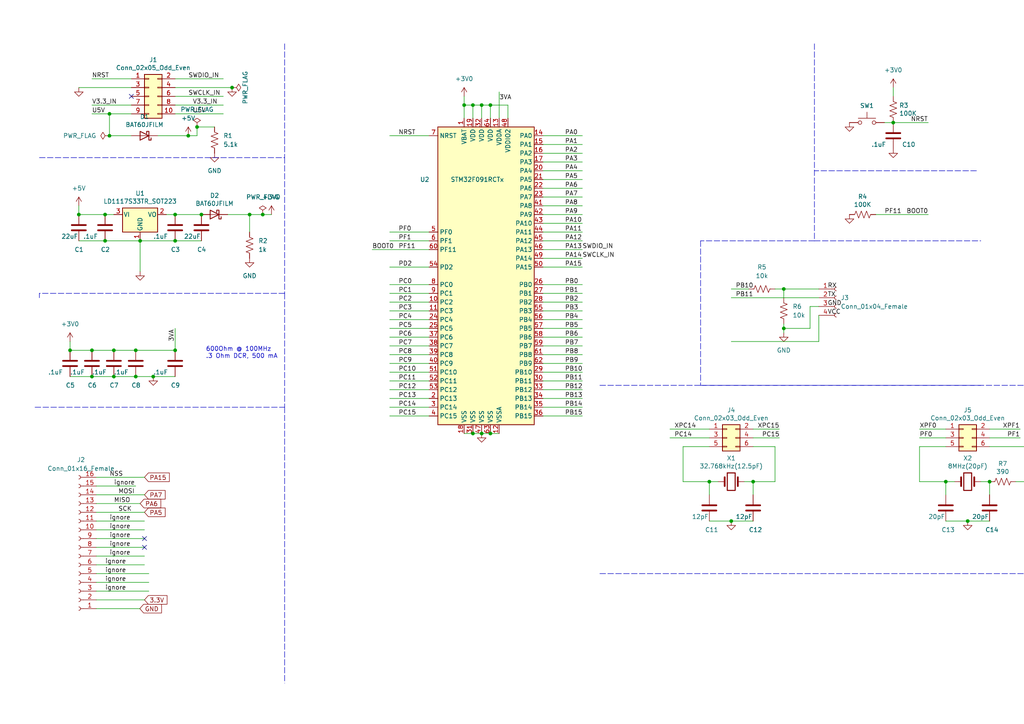
<source format=kicad_sch>
(kicad_sch (version 20211123) (generator eeschema)
  (paper "A4")
  (lib_symbols
    (symbol "Connector:Conn_01x04_Female" (pin_names (offset 1.016) hide)
      (property "Reference" "J" (at 0 5.08 0))
      (property "Value" "Conn_01x04_Female" (at 0 -7.62 0))
      (symbol "Conn_01x04_Female_1_1"
        (arc (start 0 -4.572) (mid -0.508 -5.08) (end 0 -5.588) (stroke (width 0.1524)))
        (arc (start 0 -2.032) (mid -0.508 -2.54) (end 0 -3.048) (stroke (width 0.1524)))
        (polyline (pts (xy -1.27 -5.08) (xy -0.508 -5.08)) (stroke (width 0.1524)))
        (polyline (pts (xy -1.27 -2.54) (xy -0.508 -2.54)) (stroke (width 0.1524)))
        (polyline (pts (xy -1.27 0) (xy -0.508 0)) (stroke (width 0.1524)))
        (polyline (pts (xy -1.27 2.54) (xy -0.508 2.54)) (stroke (width 0.1524)))
        (arc (start 0 0.508) (mid -0.508 0) (end 0 -0.508) (stroke (width 0.1524)))
        (arc (start 0 3.048) (mid -0.508 2.54) (end 0 2.032) (stroke (width 0.1524)))
        (pin passive line (at -5.08 2.54 0) (length 3.81) (name "Pin_1") (number "1"))
        (pin passive line (at -5.08 0 0) (length 3.81) (name "Pin_2") (number "2"))
        (pin passive line (at -5.08 -2.54 0) (length 3.81) (name "Pin_3") (number "3"))
        (pin passive line (at -5.08 -5.08 0) (length 3.81) (name "Pin_4") (number "4"))
      )
    )
    (symbol "Connector:Conn_01x16_Female" (pin_names (offset 1.016) hide)
      (property "Reference" "J" (at 0 20.32 0))
      (property "Value" "Conn_01x16_Female" (at 0 -22.86 0))
      (symbol "Conn_01x16_Female_1_1"
        (arc (start 0 -19.812) (mid -0.508 -20.32) (end 0 -20.828) (stroke (width 0.1524)))
        (arc (start 0 -17.272) (mid -0.508 -17.78) (end 0 -18.288) (stroke (width 0.1524)))
        (arc (start 0 -14.732) (mid -0.508 -15.24) (end 0 -15.748) (stroke (width 0.1524)))
        (arc (start 0 -12.192) (mid -0.508 -12.7) (end 0 -13.208) (stroke (width 0.1524)))
        (arc (start 0 -9.652) (mid -0.508 -10.16) (end 0 -10.668) (stroke (width 0.1524)))
        (arc (start 0 -7.112) (mid -0.508 -7.62) (end 0 -8.128) (stroke (width 0.1524)))
        (arc (start 0 -4.572) (mid -0.508 -5.08) (end 0 -5.588) (stroke (width 0.1524)))
        (arc (start 0 -2.032) (mid -0.508 -2.54) (end 0 -3.048) (stroke (width 0.1524)))
        (polyline (pts (xy -1.27 -20.32) (xy -0.508 -20.32)) (stroke (width 0.1524)))
        (polyline (pts (xy -1.27 -17.78) (xy -0.508 -17.78)) (stroke (width 0.1524)))
        (polyline (pts (xy -1.27 -15.24) (xy -0.508 -15.24)) (stroke (width 0.1524)))
        (polyline (pts (xy -1.27 -12.7) (xy -0.508 -12.7)) (stroke (width 0.1524)))
        (polyline (pts (xy -1.27 -10.16) (xy -0.508 -10.16)) (stroke (width 0.1524)))
        (polyline (pts (xy -1.27 -7.62) (xy -0.508 -7.62)) (stroke (width 0.1524)))
        (polyline (pts (xy -1.27 -5.08) (xy -0.508 -5.08)) (stroke (width 0.1524)))
        (polyline (pts (xy -1.27 -2.54) (xy -0.508 -2.54)) (stroke (width 0.1524)))
        (polyline (pts (xy -1.27 0) (xy -0.508 0)) (stroke (width 0.1524)))
        (polyline (pts (xy -1.27 2.54) (xy -0.508 2.54)) (stroke (width 0.1524)))
        (polyline (pts (xy -1.27 5.08) (xy -0.508 5.08)) (stroke (width 0.1524)))
        (polyline (pts (xy -1.27 7.62) (xy -0.508 7.62)) (stroke (width 0.1524)))
        (polyline (pts (xy -1.27 10.16) (xy -0.508 10.16)) (stroke (width 0.1524)))
        (polyline (pts (xy -1.27 12.7) (xy -0.508 12.7)) (stroke (width 0.1524)))
        (polyline (pts (xy -1.27 15.24) (xy -0.508 15.24)) (stroke (width 0.1524)))
        (polyline (pts (xy -1.27 17.78) (xy -0.508 17.78)) (stroke (width 0.1524)))
        (arc (start 0 0.508) (mid -0.508 0) (end 0 -0.508) (stroke (width 0.1524)))
        (arc (start 0 3.048) (mid -0.508 2.54) (end 0 2.032) (stroke (width 0.1524)))
        (arc (start 0 5.588) (mid -0.508 5.08) (end 0 4.572) (stroke (width 0.1524)))
        (arc (start 0 8.128) (mid -0.508 7.62) (end 0 7.112) (stroke (width 0.1524)))
        (arc (start 0 10.668) (mid -0.508 10.16) (end 0 9.652) (stroke (width 0.1524)))
        (arc (start 0 13.208) (mid -0.508 12.7) (end 0 12.192) (stroke (width 0.1524)))
        (arc (start 0 15.748) (mid -0.508 15.24) (end 0 14.732) (stroke (width 0.1524)))
        (arc (start 0 18.288) (mid -0.508 17.78) (end 0 17.272) (stroke (width 0.1524)))
        (pin passive line (at -5.08 17.78 0) (length 3.81) (name "Pin_1") (number "1"))
        (pin passive line (at -5.08 -5.08 0) (length 3.81) (name "Pin_10") (number "10"))
        (pin passive line (at -5.08 -7.62 0) (length 3.81) (name "Pin_11") (number "11"))
        (pin passive line (at -5.08 -10.16 0) (length 3.81) (name "Pin_12") (number "12"))
        (pin passive line (at -5.08 -12.7 0) (length 3.81) (name "Pin_13") (number "13"))
        (pin passive line (at -5.08 -15.24 0) (length 3.81) (name "Pin_14") (number "14"))
        (pin passive line (at -5.08 -17.78 0) (length 3.81) (name "Pin_15") (number "15"))
        (pin passive line (at -5.08 -20.32 0) (length 3.81) (name "Pin_16") (number "16"))
        (pin passive line (at -5.08 15.24 0) (length 3.81) (name "Pin_2") (number "2"))
        (pin passive line (at -5.08 12.7 0) (length 3.81) (name "Pin_3") (number "3"))
        (pin passive line (at -5.08 10.16 0) (length 3.81) (name "Pin_4") (number "4"))
        (pin passive line (at -5.08 7.62 0) (length 3.81) (name "Pin_5") (number "5"))
        (pin passive line (at -5.08 5.08 0) (length 3.81) (name "Pin_6") (number "6"))
        (pin passive line (at -5.08 2.54 0) (length 3.81) (name "Pin_7") (number "7"))
        (pin passive line (at -5.08 0 0) (length 3.81) (name "Pin_8") (number "8"))
        (pin passive line (at -5.08 -2.54 0) (length 3.81) (name "Pin_9") (number "9"))
      )
    )
    (symbol "Connector_Generic:Conn_02x03_Odd_Even" (pin_names (offset 1.016) hide)
      (property "Reference" "J" (at 1.27 5.08 0))
      (property "Value" "Conn_02x03_Odd_Even" (at 1.27 -5.08 0))
      (symbol "Conn_02x03_Odd_Even_1_1"
        (rectangle (start -1.27 -2.413) (end 0 -2.667) (stroke (width 0.1524)))
        (rectangle (start -1.27 0.127) (end 0 -0.127) (stroke (width 0.1524)))
        (rectangle (start -1.27 2.667) (end 0 2.413) (stroke (width 0.1524)))
        (rectangle (start -1.27 3.81) (end 3.81 -3.81) (stroke (width 0.254)) (fill (type background)))
        (rectangle (start 3.81 -2.413) (end 2.54 -2.667) (stroke (width 0.1524)))
        (rectangle (start 3.81 0.127) (end 2.54 -0.127) (stroke (width 0.1524)))
        (rectangle (start 3.81 2.667) (end 2.54 2.413) (stroke (width 0.1524)))
        (pin passive line (at -5.08 2.54 0) (length 3.81) (name "Pin_1") (number "1"))
        (pin passive line (at 7.62 2.54 180) (length 3.81) (name "Pin_2") (number "2"))
        (pin passive line (at -5.08 0 0) (length 3.81) (name "Pin_3") (number "3"))
        (pin passive line (at 7.62 0 180) (length 3.81) (name "Pin_4") (number "4"))
        (pin passive line (at -5.08 -2.54 0) (length 3.81) (name "Pin_5") (number "5"))
        (pin passive line (at 7.62 -2.54 180) (length 3.81) (name "Pin_6") (number "6"))
      )
    )
    (symbol "Connector_Generic:Conn_02x05_Odd_Even" (pin_names (offset 1.016) hide)
      (property "Reference" "J" (at 1.27 7.62 0))
      (property "Value" "Conn_02x05_Odd_Even" (at 1.27 -7.62 0))
      (symbol "Conn_02x05_Odd_Even_1_1"
        (rectangle (start -1.27 -4.953) (end 0 -5.207) (stroke (width 0.1524)))
        (rectangle (start -1.27 -2.413) (end 0 -2.667) (stroke (width 0.1524)))
        (rectangle (start -1.27 0.127) (end 0 -0.127) (stroke (width 0.1524)))
        (rectangle (start -1.27 2.667) (end 0 2.413) (stroke (width 0.1524)))
        (rectangle (start -1.27 5.207) (end 0 4.953) (stroke (width 0.1524)))
        (rectangle (start -1.27 6.35) (end 3.81 -6.35) (stroke (width 0.254)) (fill (type background)))
        (rectangle (start 3.81 -4.953) (end 2.54 -5.207) (stroke (width 0.1524)))
        (rectangle (start 3.81 -2.413) (end 2.54 -2.667) (stroke (width 0.1524)))
        (rectangle (start 3.81 0.127) (end 2.54 -0.127) (stroke (width 0.1524)))
        (rectangle (start 3.81 2.667) (end 2.54 2.413) (stroke (width 0.1524)))
        (rectangle (start 3.81 5.207) (end 2.54 4.953) (stroke (width 0.1524)))
        (pin passive line (at -5.08 5.08 0) (length 3.81) (name "Pin_1") (number "1"))
        (pin passive line (at 7.62 -5.08 180) (length 3.81) (name "Pin_10") (number "10"))
        (pin passive line (at 7.62 5.08 180) (length 3.81) (name "Pin_2") (number "2"))
        (pin passive line (at -5.08 2.54 0) (length 3.81) (name "Pin_3") (number "3"))
        (pin passive line (at 7.62 2.54 180) (length 3.81) (name "Pin_4") (number "4"))
        (pin passive line (at -5.08 0 0) (length 3.81) (name "Pin_5") (number "5"))
        (pin passive line (at 7.62 0 180) (length 3.81) (name "Pin_6") (number "6"))
        (pin passive line (at -5.08 -2.54 0) (length 3.81) (name "Pin_7") (number "7"))
        (pin passive line (at 7.62 -2.54 180) (length 3.81) (name "Pin_8") (number "8"))
        (pin passive line (at -5.08 -5.08 0) (length 3.81) (name "Pin_9") (number "9"))
      )
    )
    (symbol "Device:C" (pin_numbers hide) (pin_names (offset 0.254))
      (property "Reference" "C" (at 0.635 2.54 0))
      (property "Value" "C" (at 0.635 -2.54 0))
      (symbol "C_0_1"
        (polyline (pts (xy -2.032 -0.762) (xy 2.032 -0.762)) (stroke (width 0.508)))
        (polyline (pts (xy -2.032 0.762) (xy 2.032 0.762)) (stroke (width 0.508)))
      )
      (symbol "C_1_1"
        (pin passive line (at 0 3.81 270) (length 2.794) (name "~") (number "1"))
        (pin passive line (at 0 -3.81 90) (length 2.794) (name "~") (number "2"))
      )
    )
    (symbol "Device:Crystal" (pin_numbers hide) (pin_names (offset 1.016) hide)
      (property "Reference" "Y" (at 0 3.81 0))
      (property "Value" "Crystal" (at 0 -3.81 0))
      (symbol "Crystal_0_1"
        (rectangle (start -1.143 2.54) (end 1.143 -2.54) (stroke (width 0.3048)))
        (polyline (pts (xy -2.54 0) (xy -1.905 0)))
        (polyline (pts (xy -1.905 -1.27) (xy -1.905 1.27)) (stroke (width 0.508)))
        (polyline (pts (xy 1.905 -1.27) (xy 1.905 1.27)) (stroke (width 0.508)))
        (polyline (pts (xy 2.54 0) (xy 1.905 0)))
      )
      (symbol "Crystal_1_1"
        (pin passive line (at -3.81 0 0) (length 1.27) (name "1") (number "1"))
        (pin passive line (at 3.81 0 180) (length 1.27) (name "2") (number "2"))
      )
    )
    (symbol "Device:R_US" (pin_numbers hide) (pin_names (offset 0))
      (property "Reference" "R" (at 2.54 0 90))
      (property "Value" "R_US" (at -2.54 0 90))
      (symbol "R_US_0_1"
        (polyline (pts (xy 0 -2.286) (xy 0 -2.54)))
        (polyline (pts (xy 0 2.286) (xy 0 2.54)))
        (polyline (pts (xy 0 -0.762) (xy 1.016 -1.143) (xy 0 -1.524) (xy -1.016 -1.905) (xy 0 -2.286)))
        (polyline (pts (xy 0 0.762) (xy 1.016 0.381) (xy 0 0) (xy -1.016 -0.381) (xy 0 -0.762)))
        (polyline (pts (xy 0 2.286) (xy 1.016 1.905) (xy 0 1.524) (xy -1.016 1.143) (xy 0 0.762)))
      )
      (symbol "R_US_1_1"
        (pin passive line (at 0 3.81 270) (length 1.27) (name "~") (number "1"))
        (pin passive line (at 0 -3.81 90) (length 1.27) (name "~") (number "2"))
      )
    )
    (symbol "Diode:BAT60A" (pin_numbers hide) (pin_names (offset 1.016) hide)
      (property "Reference" "D" (at 0 2.54 0))
      (property "Value" "BAT60A" (at 0 -2.54 0))
      (symbol "BAT60A_0_1"
        (polyline (pts (xy 1.27 0) (xy -1.27 0)))
        (polyline (pts (xy 1.27 1.27) (xy 1.27 -1.27) (xy -1.27 0) (xy 1.27 1.27)) (stroke (width 0.254)))
        (polyline (pts (xy -1.905 0.635) (xy -1.905 1.27) (xy -1.27 1.27) (xy -1.27 -1.27) (xy -0.635 -1.27) (xy -0.635 -0.635)) (stroke (width 0.254)))
      )
      (symbol "BAT60A_1_1"
        (pin passive line (at -3.81 0 0) (length 2.54) (name "K") (number "1"))
        (pin passive line (at 3.81 0 180) (length 2.54) (name "A") (number "2"))
      )
    )
    (symbol "MCU_ST_STM32F0:STM32F091RCTx"
      (property "Reference" "U" (at -15.24 44.45 0))
      (property "Value" "STM32F091RCTx" (at 7.62 44.45 0))
      (symbol "STM32F091RCTx_0_1"
        (rectangle (start -15.24 -43.18) (end 12.7 43.18) (stroke (width 0.254)) (fill (type background)))
      )
      (symbol "STM32F091RCTx_1_1"
        (pin power_in line (at -7.62 45.72 270) (length 2.54) (name "VBAT") (number "1"))
        (pin bidirectional line (at -17.78 -7.62 0) (length 2.54) (name "PC2") (number "10"))
        (pin bidirectional line (at -17.78 -10.16 0) (length 2.54) (name "PC3") (number "11"))
        (pin power_in line (at 2.54 -45.72 90) (length 2.54) (name "VSSA") (number "12"))
        (pin power_in line (at 2.54 45.72 270) (length 2.54) (name "VDDA") (number "13"))
        (pin bidirectional line (at 15.24 40.64 180) (length 2.54) (name "PA0") (number "14"))
        (pin bidirectional line (at 15.24 38.1 180) (length 2.54) (name "PA1") (number "15"))
        (pin bidirectional line (at 15.24 35.56 180) (length 2.54) (name "PA2") (number "16"))
        (pin bidirectional line (at 15.24 33.02 180) (length 2.54) (name "PA3") (number "17"))
        (pin power_in line (at -7.62 -45.72 90) (length 2.54) (name "VSS") (number "18"))
        (pin power_in line (at -5.08 45.72 270) (length 2.54) (name "VDD") (number "19"))
        (pin bidirectional line (at -17.78 -35.56 0) (length 2.54) (name "PC13") (number "2"))
        (pin bidirectional line (at 15.24 30.48 180) (length 2.54) (name "PA4") (number "20"))
        (pin bidirectional line (at 15.24 27.94 180) (length 2.54) (name "PA5") (number "21"))
        (pin bidirectional line (at 15.24 25.4 180) (length 2.54) (name "PA6") (number "22"))
        (pin bidirectional line (at 15.24 22.86 180) (length 2.54) (name "PA7") (number "23"))
        (pin bidirectional line (at -17.78 -12.7 0) (length 2.54) (name "PC4") (number "24"))
        (pin bidirectional line (at -17.78 -15.24 0) (length 2.54) (name "PC5") (number "25"))
        (pin bidirectional line (at 15.24 -2.54 180) (length 2.54) (name "PB0") (number "26"))
        (pin bidirectional line (at 15.24 -5.08 180) (length 2.54) (name "PB1") (number "27"))
        (pin bidirectional line (at 15.24 -7.62 180) (length 2.54) (name "PB2") (number "28"))
        (pin bidirectional line (at 15.24 -27.94 180) (length 2.54) (name "PB10") (number "29"))
        (pin bidirectional line (at -17.78 -38.1 0) (length 2.54) (name "PC14") (number "3"))
        (pin bidirectional line (at 15.24 -30.48 180) (length 2.54) (name "PB11") (number "30"))
        (pin power_in line (at -5.08 -45.72 90) (length 2.54) (name "VSS") (number "31"))
        (pin power_in line (at -2.54 45.72 270) (length 2.54) (name "VDD") (number "32"))
        (pin bidirectional line (at 15.24 -33.02 180) (length 2.54) (name "PB12") (number "33"))
        (pin bidirectional line (at 15.24 -35.56 180) (length 2.54) (name "PB13") (number "34"))
        (pin bidirectional line (at 15.24 -38.1 180) (length 2.54) (name "PB14") (number "35"))
        (pin bidirectional line (at 15.24 -40.64 180) (length 2.54) (name "PB15") (number "36"))
        (pin bidirectional line (at -17.78 -17.78 0) (length 2.54) (name "PC6") (number "37"))
        (pin bidirectional line (at -17.78 -20.32 0) (length 2.54) (name "PC7") (number "38"))
        (pin bidirectional line (at -17.78 -22.86 0) (length 2.54) (name "PC8") (number "39"))
        (pin bidirectional line (at -17.78 -40.64 0) (length 2.54) (name "PC15") (number "4"))
        (pin bidirectional line (at -17.78 -25.4 0) (length 2.54) (name "PC9") (number "40"))
        (pin bidirectional line (at 15.24 20.32 180) (length 2.54) (name "PA8") (number "41"))
        (pin bidirectional line (at 15.24 17.78 180) (length 2.54) (name "PA9") (number "42"))
        (pin bidirectional line (at 15.24 15.24 180) (length 2.54) (name "PA10") (number "43"))
        (pin bidirectional line (at 15.24 12.7 180) (length 2.54) (name "PA11") (number "44"))
        (pin bidirectional line (at 15.24 10.16 180) (length 2.54) (name "PA12") (number "45"))
        (pin bidirectional line (at 15.24 7.62 180) (length 2.54) (name "PA13") (number "46"))
        (pin power_in line (at -2.54 -45.72 90) (length 2.54) (name "VSS") (number "47"))
        (pin power_in line (at 5.08 45.72 270) (length 2.54) (name "VDDIO2") (number "48"))
        (pin bidirectional line (at 15.24 5.08 180) (length 2.54) (name "PA14") (number "49"))
        (pin input line (at -17.78 12.7 0) (length 2.54) (name "PF0") (number "5"))
        (pin bidirectional line (at 15.24 2.54 180) (length 2.54) (name "PA15") (number "50"))
        (pin bidirectional line (at -17.78 -27.94 0) (length 2.54) (name "PC10") (number "51"))
        (pin bidirectional line (at -17.78 -30.48 0) (length 2.54) (name "PC11") (number "52"))
        (pin bidirectional line (at -17.78 -33.02 0) (length 2.54) (name "PC12") (number "53"))
        (pin bidirectional line (at -17.78 2.54 0) (length 2.54) (name "PD2") (number "54"))
        (pin bidirectional line (at 15.24 -10.16 180) (length 2.54) (name "PB3") (number "55"))
        (pin bidirectional line (at 15.24 -12.7 180) (length 2.54) (name "PB4") (number "56"))
        (pin bidirectional line (at 15.24 -15.24 180) (length 2.54) (name "PB5") (number "57"))
        (pin bidirectional line (at 15.24 -17.78 180) (length 2.54) (name "PB6") (number "58"))
        (pin bidirectional line (at 15.24 -20.32 180) (length 2.54) (name "PB7") (number "59"))
        (pin input line (at -17.78 10.16 0) (length 2.54) (name "PF1") (number "6"))
        (pin bidirectional line (at -17.78 7.62 0) (length 2.54) (name "PF11") (number "60"))
        (pin bidirectional line (at 15.24 -22.86 180) (length 2.54) (name "PB8") (number "61"))
        (pin bidirectional line (at 15.24 -25.4 180) (length 2.54) (name "PB9") (number "62"))
        (pin power_in line (at 0 -45.72 90) (length 2.54) (name "VSS") (number "63"))
        (pin power_in line (at 0 45.72 270) (length 2.54) (name "VDD") (number "64"))
        (pin input line (at -17.78 40.64 0) (length 2.54) (name "NRST") (number "7"))
        (pin bidirectional line (at -17.78 -2.54 0) (length 2.54) (name "PC0") (number "8"))
        (pin bidirectional line (at -17.78 -5.08 0) (length 2.54) (name "PC1") (number "9"))
      )
    )
    (symbol "Regulator_Linear:LD1117S33TR_SOT223" (pin_names (offset 0.254))
      (property "Reference" "U" (at -3.81 3.175 0))
      (property "Value" "LD1117S33TR_SOT223" (at 0 3.175 0))
      (symbol "LD1117S33TR_SOT223_0_1"
        (rectangle (start -5.08 -5.08) (end 5.08 1.905) (stroke (width 0.254)) (fill (type background)))
      )
      (symbol "LD1117S33TR_SOT223_1_1"
        (pin power_in line (at 0 -7.62 90) (length 2.54) (name "GND") (number "1"))
        (pin power_out line (at 7.62 0 180) (length 2.54) (name "VO") (number "2"))
        (pin power_in line (at -7.62 0 0) (length 2.54) (name "VI") (number "3"))
      )
    )
    (symbol "Switch:SW_Push" (pin_numbers hide) (pin_names (offset 1.016) hide)
      (property "Reference" "SW" (at 1.27 2.54 0))
      (property "Value" "SW_Push" (at 0 -1.524 0))
      (symbol "SW_Push_0_1"
        (circle (center -2.032 0) (radius 0.508))
        (polyline (pts (xy 0 1.27) (xy 0 3.048)))
        (polyline (pts (xy 2.54 1.27) (xy -2.54 1.27)))
        (circle (center 2.032 0) (radius 0.508))
        (pin passive line (at -5.08 0 0) (length 2.54) (name "1") (number "1"))
        (pin passive line (at 5.08 0 180) (length 2.54) (name "2") (number "2"))
      )
    )
    (symbol "power:+3V0" (power) (pin_names (offset 0))
      (property "Value" "+3V0" (at 0 3.556 0))
      (symbol "+3V0_0_1"
        (polyline (pts (xy -0.762 1.27) (xy 0 2.54)))
        (polyline (pts (xy 0 0) (xy 0 2.54)))
        (polyline (pts (xy 0 2.54) (xy 0.762 1.27)))
      )
      (symbol "+3V0_1_1"
        (pin power_in line (at 0 0 90) (length 0) hide (name "+3V0") (number "1"))
      )
    )
    (symbol "power:+5V" (power) (pin_names (offset 0))
      (property "Value" "+5V" (at 0 3.556 0))
      (symbol "+5V_0_1"
        (polyline (pts (xy -0.762 1.27) (xy 0 2.54)))
        (polyline (pts (xy 0 0) (xy 0 2.54)))
        (polyline (pts (xy 0 2.54) (xy 0.762 1.27)))
      )
      (symbol "+5V_1_1"
        (pin power_in line (at 0 0 90) (length 0) hide (name "+5V") (number "1"))
      )
    )
    (symbol "power:GND" (power) (pin_names (offset 0))
      (property "Value" "GND" (at 0 -3.81 0))
      (symbol "GND_0_1"
        (polyline (pts (xy 0 0) (xy 0 -1.27) (xy 1.27 -1.27) (xy 0 -2.54) (xy -1.27 -1.27) (xy 0 -1.27)))
      )
      (symbol "GND_1_1"
        (pin power_in line (at 0 0 270) (length 0) hide (name "GND") (number "1"))
      )
    )
    (symbol "power:PWR_FLAG" (power) (pin_numbers hide) (pin_names (offset 0) hide)
      (property "Value" "PWR_FLAG" (at 0 3.81 0))
      (symbol "PWR_FLAG_0_0"
        (pin power_out line (at 0 0 90) (length 0) (name "pwr") (number "1"))
      )
      (symbol "PWR_FLAG_0_1"
        (polyline (pts (xy 0 0) (xy 0 1.27) (xy -1.016 1.905) (xy 0 2.54) (xy 1.016 1.905) (xy 0 1.27)))
      )
    )
  )
  (junction (at 134.62 30.48))
  (junction (at 218.44 139.7))
  (junction (at 142.24 125.73))
  (junction (at 212.09 151.13))
  (junction (at 20.32 101.6))
  (junction (at 26.67 101.6))
  (junction (at 72.39 62.23))
  (junction (at 142.24 30.48))
  (junction (at 139.7 125.73))
  (junction (at 40.64 69.85))
  (junction (at 31.75 33.02))
  (junction (at 227.33 95.25))
  (junction (at 139.7 30.48))
  (junction (at 76.2 62.23))
  (junction (at 280.67 151.13))
  (junction (at 22.86 62.23))
  (junction (at 67.31 25.4))
  (junction (at 287.02 139.7))
  (junction (at 57.15 36.83))
  (junction (at 39.37 109.22))
  (junction (at 39.37 101.6))
  (junction (at 31.75 39.37))
  (junction (at 30.48 69.85))
  (junction (at 259.08 35.56))
  (junction (at 26.67 109.22))
  (junction (at 137.16 30.48))
  (junction (at 33.02 109.22))
  (junction (at 44.45 109.22))
  (junction (at 50.8 101.6))
  (junction (at 50.8 62.23))
  (junction (at 33.02 101.6))
  (junction (at 58.42 62.23))
  (junction (at 274.32 139.7))
  (junction (at 54.61 39.37))
  (junction (at 227.33 83.82))
  (junction (at 205.74 139.7))
  (junction (at 50.8 69.85))
  (junction (at 30.48 62.23))
  (junction (at 137.16 125.73))
  (no_connect (at 41.91 158.75))
  (no_connect (at 41.91 156.21))
  (no_connect (at 38.1 27.94))
  (wire (pts (xy 212.09 83.82) (xy 217.17 83.82)))
  (wire (pts (xy 224.79 129.54) (xy 224.79 139.7)))
  (wire (pts (xy 20.32 101.6) (xy 26.67 101.6)))
  (wire (pts (xy 139.7 30.48) (xy 142.24 30.48)))
  (wire (pts (xy 27.94 156.21) (xy 41.91 156.21)))
  (wire (pts (xy 72.39 62.23) (xy 76.2 62.23)))
  (wire (pts (xy 284.48 139.7) (xy 287.02 139.7)))
  (wire (pts (xy 194.31 127) (xy 205.74 127)))
  (wire (pts (xy 45.72 39.37) (xy 54.61 39.37)))
  (wire (pts (xy 124.46 100.33) (xy 113.03 100.33)))
  (wire (pts (xy 50.8 62.23) (xy 58.42 62.23)))
  (wire (pts (xy 124.46 113.03) (xy 113.03 113.03)))
  (wire (pts (xy 295.91 124.46) (xy 287.02 124.46)))
  (wire (pts (xy 27.94 171.45) (xy 43.18 171.45)))
  (wire (pts (xy 157.48 90.17) (xy 168.91 90.17)))
  (wire (pts (xy 33.02 101.6) (xy 39.37 101.6)))
  (wire (pts (xy 157.48 39.37) (xy 168.91 39.37)))
  (polyline (pts (xy 203.2 111.76) (xy 284.48 111.76)))
  (polyline (pts (xy 82.55 45.72) (xy 82.55 85.09)))
  (wire (pts (xy 266.7 139.7) (xy 274.32 139.7)))
  (wire (pts (xy 20.32 109.22) (xy 26.67 109.22)))
  (wire (pts (xy 134.62 125.73) (xy 137.16 125.73)))
  (wire (pts (xy 157.48 95.25) (xy 168.91 95.25)))
  (wire (pts (xy 124.46 115.57) (xy 113.03 115.57)))
  (wire (pts (xy 297.18 139.7) (xy 297.18 129.54)))
  (wire (pts (xy 157.48 107.95) (xy 168.91 107.95)))
  (polyline (pts (xy 11.43 45.72) (xy 82.55 45.72)))
  (wire (pts (xy 297.18 129.54) (xy 287.02 129.54)))
  (wire (pts (xy 124.46 92.71) (xy 113.03 92.71)))
  (polyline (pts (xy 236.22 69.85) (xy 284.48 69.85)))
  (wire (pts (xy 38.1 30.48) (xy 26.67 30.48)))
  (wire (pts (xy 157.48 44.45) (xy 168.91 44.45)))
  (wire (pts (xy 26.67 33.02) (xy 31.75 33.02)))
  (wire (pts (xy 205.74 129.54) (xy 198.12 129.54)))
  (wire (pts (xy 266.7 127) (xy 274.32 127)))
  (wire (pts (xy 72.39 62.23) (xy 72.39 67.31)))
  (wire (pts (xy 198.12 129.54) (xy 198.12 139.7)))
  (wire (pts (xy 157.48 118.11) (xy 168.91 118.11)))
  (wire (pts (xy 27.94 176.53) (xy 40.64 176.53)))
  (wire (pts (xy 212.09 99.06) (xy 237.49 99.06)))
  (wire (pts (xy 218.44 139.7) (xy 218.44 143.51)))
  (wire (pts (xy 26.67 101.6) (xy 33.02 101.6)))
  (wire (pts (xy 27.94 173.99) (xy 41.91 173.99)))
  (wire (pts (xy 224.79 139.7) (xy 218.44 139.7)))
  (wire (pts (xy 227.33 83.82) (xy 227.33 86.36)))
  (wire (pts (xy 157.48 46.99) (xy 168.91 46.99)))
  (wire (pts (xy 157.48 64.77) (xy 168.91 64.77)))
  (wire (pts (xy 124.46 102.87) (xy 113.03 102.87)))
  (wire (pts (xy 256.54 35.56) (xy 259.08 35.56)))
  (polyline (pts (xy 203.2 69.85) (xy 203.2 111.76)))
  (wire (pts (xy 157.48 49.53) (xy 168.91 49.53)))
  (wire (pts (xy 139.7 125.73) (xy 142.24 125.73)))
  (wire (pts (xy 124.46 107.95) (xy 113.03 107.95)))
  (polyline (pts (xy 283.21 49.53) (xy 236.22 49.53)))
  (wire (pts (xy 40.64 69.85) (xy 50.8 69.85)))
  (wire (pts (xy 33.02 62.23) (xy 30.48 62.23)))
  (wire (pts (xy 142.24 34.29) (xy 142.24 30.48)))
  (wire (pts (xy 157.48 87.63) (xy 168.91 87.63)))
  (wire (pts (xy 27.94 146.05) (xy 40.64 146.05)))
  (wire (pts (xy 147.32 30.48) (xy 147.32 34.29)))
  (wire (pts (xy 157.48 85.09) (xy 168.91 85.09)))
  (wire (pts (xy 124.46 39.37) (xy 113.03 39.37)))
  (wire (pts (xy 50.8 22.86) (xy 64.77 22.86)))
  (wire (pts (xy 157.48 113.03) (xy 168.91 113.03)))
  (wire (pts (xy 38.1 22.86) (xy 26.67 22.86)))
  (wire (pts (xy 157.48 59.69) (xy 168.91 59.69)))
  (wire (pts (xy 227.33 95.25) (xy 234.95 95.25)))
  (wire (pts (xy 22.86 62.23) (xy 30.48 62.23)))
  (wire (pts (xy 157.48 92.71) (xy 168.91 92.71)))
  (wire (pts (xy 31.75 33.02) (xy 38.1 33.02)))
  (wire (pts (xy 40.64 69.85) (xy 40.64 78.74)))
  (wire (pts (xy 157.48 100.33) (xy 168.91 100.33)))
  (wire (pts (xy 137.16 125.73) (xy 139.7 125.73)))
  (wire (pts (xy 50.8 69.85) (xy 58.42 69.85)))
  (wire (pts (xy 259.08 35.56) (xy 269.24 35.56)))
  (wire (pts (xy 27.94 140.97) (xy 39.37 140.97)))
  (polyline (pts (xy 173.99 111.76) (xy 312.42 111.76)))
  (wire (pts (xy 237.49 88.9) (xy 234.95 88.9)))
  (wire (pts (xy 276.86 139.7) (xy 274.32 139.7)))
  (wire (pts (xy 139.7 34.29) (xy 139.7 30.48)))
  (wire (pts (xy 57.15 36.83) (xy 62.23 36.83)))
  (wire (pts (xy 157.48 69.85) (xy 168.91 69.85)))
  (wire (pts (xy 274.32 139.7) (xy 274.32 143.51)))
  (wire (pts (xy 157.48 82.55) (xy 168.91 82.55)))
  (wire (pts (xy 22.86 59.69) (xy 22.86 62.23)))
  (wire (pts (xy 227.33 83.82) (xy 237.49 83.82)))
  (wire (pts (xy 31.75 33.02) (xy 31.75 39.37)))
  (wire (pts (xy 157.48 67.31) (xy 168.91 67.31)))
  (wire (pts (xy 205.74 151.13) (xy 212.09 151.13)))
  (wire (pts (xy 124.46 69.85) (xy 113.03 69.85)))
  (wire (pts (xy 280.67 151.13) (xy 287.02 151.13)))
  (wire (pts (xy 224.79 83.82) (xy 227.33 83.82)))
  (wire (pts (xy 218.44 129.54) (xy 224.79 129.54)))
  (polyline (pts (xy 312.42 111.76) (xy 312.42 166.37)))
  (wire (pts (xy 218.44 124.46) (xy 226.06 124.46)))
  (wire (pts (xy 48.26 62.23) (xy 50.8 62.23)))
  (wire (pts (xy 194.31 124.46) (xy 205.74 124.46)))
  (wire (pts (xy 212.09 86.36) (xy 237.49 86.36)))
  (wire (pts (xy 124.46 118.11) (xy 113.03 118.11)))
  (wire (pts (xy 22.86 69.85) (xy 30.48 69.85)))
  (wire (pts (xy 157.48 74.93) (xy 168.91 74.93)))
  (polyline (pts (xy 82.55 118.11) (xy 82.55 198.12)))
  (wire (pts (xy 20.32 99.06) (xy 20.32 101.6)))
  (wire (pts (xy 157.48 54.61) (xy 168.91 54.61)))
  (polyline (pts (xy 173.99 166.37) (xy 312.42 166.37)))
  (wire (pts (xy 30.48 69.85) (xy 40.64 69.85)))
  (wire (pts (xy 27.94 163.83) (xy 41.91 163.83)))
  (polyline (pts (xy 236.22 12.7) (xy 236.22 69.85)))
  (wire (pts (xy 157.48 77.47) (xy 168.91 77.47)))
  (wire (pts (xy 50.8 30.48) (xy 64.77 30.48)))
  (wire (pts (xy 227.33 93.98) (xy 227.33 95.25)))
  (wire (pts (xy 157.48 120.65) (xy 168.91 120.65)))
  (wire (pts (xy 157.48 52.07) (xy 168.91 52.07)))
  (wire (pts (xy 124.46 97.79) (xy 113.03 97.79)))
  (wire (pts (xy 157.48 115.57) (xy 168.91 115.57)))
  (wire (pts (xy 27.94 148.59) (xy 41.91 148.59)))
  (wire (pts (xy 274.32 129.54) (xy 266.7 129.54)))
  (wire (pts (xy 134.62 30.48) (xy 137.16 30.48)))
  (wire (pts (xy 266.7 124.46) (xy 274.32 124.46)))
  (wire (pts (xy 137.16 34.29) (xy 137.16 30.48)))
  (wire (pts (xy 50.8 27.94) (xy 64.77 27.94)))
  (wire (pts (xy 39.37 109.22) (xy 44.45 109.22)))
  (wire (pts (xy 27.94 151.13) (xy 41.91 151.13)))
  (wire (pts (xy 54.61 39.37) (xy 57.15 39.37)))
  (wire (pts (xy 157.48 62.23) (xy 168.91 62.23)))
  (wire (pts (xy 157.48 105.41) (xy 168.91 105.41)))
  (wire (pts (xy 157.48 97.79) (xy 168.91 97.79)))
  (polyline (pts (xy 11.43 85.09) (xy 11.43 86.36)))
  (wire (pts (xy 124.46 85.09) (xy 113.03 85.09)))
  (wire (pts (xy 134.62 34.29) (xy 134.62 30.48)))
  (wire (pts (xy 134.62 27.94) (xy 134.62 30.48)))
  (wire (pts (xy 124.46 77.47) (xy 113.03 77.47)))
  (wire (pts (xy 208.28 139.7) (xy 205.74 139.7)))
  (wire (pts (xy 44.45 109.22) (xy 50.8 109.22)))
  (wire (pts (xy 27.94 166.37) (xy 43.18 166.37)))
  (wire (pts (xy 205.74 139.7) (xy 205.74 143.51)))
  (wire (pts (xy 157.48 41.91) (xy 168.91 41.91)))
  (wire (pts (xy 274.32 151.13) (xy 280.67 151.13)))
  (wire (pts (xy 157.48 72.39) (xy 168.91 72.39)))
  (polyline (pts (xy 82.55 12.7) (xy 82.55 45.72)))
  (wire (pts (xy 66.04 62.23) (xy 72.39 62.23)))
  (wire (pts (xy 124.46 110.49) (xy 113.03 110.49)))
  (wire (pts (xy 259.08 25.4) (xy 259.08 27.94)))
  (wire (pts (xy 124.46 82.55) (xy 113.03 82.55)))
  (wire (pts (xy 50.8 33.02) (xy 64.77 33.02)))
  (wire (pts (xy 198.12 139.7) (xy 205.74 139.7)))
  (polyline (pts (xy 236.22 69.85) (xy 203.2 69.85)))
  (wire (pts (xy 227.33 95.25) (xy 227.33 96.52)))
  (wire (pts (xy 27.94 158.75) (xy 41.91 158.75)))
  (wire (pts (xy 124.46 105.41) (xy 113.03 105.41)))
  (wire (pts (xy 27.94 153.67) (xy 41.91 153.67)))
  (wire (pts (xy 294.64 139.7) (xy 297.18 139.7)))
  (polyline (pts (xy 10.16 118.11) (xy 82.55 118.11)))
  (wire (pts (xy 26.67 109.22) (xy 33.02 109.22)))
  (wire (pts (xy 287.02 139.7) (xy 287.02 143.51)))
  (wire (pts (xy 215.9 139.7) (xy 218.44 139.7)))
  (polyline (pts (xy 82.55 85.09) (xy 82.55 118.11)))
  (wire (pts (xy 124.46 90.17) (xy 113.03 90.17)))
  (wire (pts (xy 124.46 120.65) (xy 113.03 120.65)))
  (wire (pts (xy 237.49 91.44) (xy 237.49 99.06)))
  (wire (pts (xy 142.24 30.48) (xy 147.32 30.48)))
  (wire (pts (xy 234.95 88.9) (xy 234.95 95.25)))
  (wire (pts (xy 157.48 110.49) (xy 168.91 110.49)))
  (wire (pts (xy 50.8 25.4) (xy 67.31 25.4)))
  (wire (pts (xy 157.48 57.15) (xy 168.91 57.15)))
  (wire (pts (xy 124.46 87.63) (xy 113.03 87.63)))
  (wire (pts (xy 295.91 127) (xy 287.02 127)))
  (wire (pts (xy 137.16 30.48) (xy 139.7 30.48)))
  (wire (pts (xy 144.78 34.29) (xy 144.78 26.67)))
  (wire (pts (xy 218.44 127) (xy 226.06 127)))
  (wire (pts (xy 27.94 143.51) (xy 41.91 143.51)))
  (wire (pts (xy 22.86 25.4) (xy 38.1 25.4)))
  (wire (pts (xy 50.8 95.25) (xy 50.8 101.6)))
  (wire (pts (xy 57.15 39.37) (xy 57.15 36.83)))
  (wire (pts (xy 266.7 129.54) (xy 266.7 139.7)))
  (wire (pts (xy 212.09 151.13) (xy 218.44 151.13)))
  (wire (pts (xy 107.95 72.39) (xy 124.46 72.39)))
  (wire (pts (xy 27.94 138.43) (xy 41.91 138.43)))
  (wire (pts (xy 27.94 168.91) (xy 43.18 168.91)))
  (wire (pts (xy 124.46 67.31) (xy 113.03 67.31)))
  (polyline (pts (xy 82.55 85.09) (xy 11.43 85.09)))
  (wire (pts (xy 254 62.23) (xy 269.24 62.23)))
  (wire (pts (xy 33.02 109.22) (xy 39.37 109.22)))
  (wire (pts (xy 142.24 125.73) (xy 144.78 125.73)))
  (wire (pts (xy 27.94 161.29) (xy 41.91 161.29)))
  (wire (pts (xy 76.2 62.23) (xy 78.74 62.23)))
  (wire (pts (xy 124.46 95.25) (xy 113.03 95.25)))
  (wire (pts (xy 157.48 102.87) (xy 168.91 102.87)))
  (wire (pts (xy 39.37 101.6) (xy 50.8 101.6)))
  (wire (pts (xy 31.75 39.37) (xy 38.1 39.37)))
  (text "600Ohm @ 100MHz\n.3 Ohm DCR, 500 mA" (at 59.69 104.14 0) (effects (font (size 1.27 1.27)) (justify left bottom)))
  (label "PC7" (at 115.57 100.33 0))
  (label "MISO" (at 33.02 146.05 0))
  (label "PD2" (at 115.57 77.47 0))
  (label "PF1" (at 292.1 127 0))
  (label "PB13" (at 163.83 115.57 0))
  (label "PC1" (at 115.57 85.09 0))
  (label "PB10" (at 213.36 83.82 0))
  (label "VCC" (at 240.03 91.44 0))
  (label "ignore" (at 30.48 163.83 0))
  (label "V3.3_IN" (at 26.67 30.48 0))
  (label "PB0" (at 163.83 82.55 0))
  (label "PB2" (at 163.83 87.63 0))
  (label "PA0" (at 163.83 39.37 0))
  (label "PA5" (at 163.83 52.07 0))
  (label "PC8" (at 115.57 102.87 0))
  (label "XPF0" (at 266.7 124.46 0))
  (label "SCK" (at 34.29 148.59 0))
  (label "PF11" (at 115.57 72.39 0))
  (label "PC9" (at 115.57 105.41 0))
  (label "SWCLK_IN" (at 168.91 74.93 0))
  (label "PC5" (at 115.57 95.25 0))
  (label "XPF1" (at 290.83 124.46 0))
  (label "MOSI" (at 34.29 143.51 0))
  (label "PC14" (at 115.57 118.11 0))
  (label "SWDIO_IN" (at 168.91 72.39 0))
  (label "PA8" (at 163.83 59.69 0))
  (label "PB11" (at 163.83 110.49 0))
  (label "PB1" (at 163.83 85.09 0))
  (label "3VA" (at 144.78 29.21 0))
  (label "3VA" (at 50.8 99.06 90))
  (label "BOOT0" (at 262.89 62.23 0))
  (label "SWCLK_IN" (at 54.61 27.94 0))
  (label "ignore" (at 30.48 171.45 0))
  (label "PA2" (at 163.83 44.45 0))
  (label "SWDIO_IN" (at 54.61 22.86 0))
  (label "PA7" (at 163.83 57.15 0))
  (label "PC15" (at 220.98 127 0))
  (label "PC12" (at 115.57 113.03 0))
  (label "PA10" (at 163.83 64.77 0))
  (label "PC13" (at 115.57 115.57 0))
  (label "PB7" (at 163.83 100.33 0))
  (label "V3.3_IN" (at 55.88 30.48 0))
  (label "PA6" (at 163.83 54.61 0))
  (label "ignore" (at 31.75 153.67 0))
  (label "PF11" (at 256.54 62.23 0))
  (label "PF0" (at 115.57 67.31 0))
  (label "NRST" (at 264.16 35.56 0))
  (label "PB10" (at 163.83 107.95 0))
  (label "PB5" (at 163.83 95.25 0))
  (label "PA12" (at 163.83 69.85 0))
  (label "PF0" (at 266.7 127 0))
  (label "PA13" (at 163.83 72.39 0))
  (label "PB11" (at 213.36 86.36 0))
  (label "PB6" (at 163.83 97.79 0))
  (label "PC15" (at 115.57 120.65 0))
  (label "ignore" (at 31.75 151.13 0))
  (label "XPC15" (at 219.71 124.46 0))
  (label "ignore" (at 31.75 161.29 0))
  (label "ignore" (at 33.02 140.97 0))
  (label "PC2" (at 115.57 87.63 0))
  (label "PA3" (at 163.83 46.99 0))
  (label "PA14" (at 163.83 74.93 0))
  (label "PB8" (at 163.83 102.87 0))
  (label "PA11" (at 163.83 67.31 0))
  (label "PB3" (at 163.83 90.17 0))
  (label "PC6" (at 115.57 97.79 0))
  (label "XPC14" (at 195.58 124.46 0))
  (label "U5V" (at 55.88 33.02 0))
  (label "PC4" (at 115.57 92.71 0))
  (label "ignore" (at 30.48 166.37 0))
  (label "BOOT0" (at 107.95 72.39 0))
  (label "ignore" (at 31.75 158.75 0))
  (label "NRST" (at 115.57 39.37 0))
  (label "NRST" (at 26.67 22.86 0))
  (label "PC14" (at 195.58 127 0))
  (label "NSS" (at 31.75 138.43 0))
  (label "PC10" (at 115.57 107.95 0))
  (label "PF1" (at 115.57 69.85 0))
  (label "U5V" (at 26.67 33.02 0))
  (label "RX" (at 240.03 83.82 0))
  (label "PA9" (at 163.83 62.23 0))
  (label "PB4" (at 163.83 92.71 0))
  (label "PB15" (at 163.83 120.65 0))
  (label "PA4" (at 163.83 49.53 0))
  (label "PB9" (at 163.83 105.41 0))
  (label "PC0" (at 115.57 82.55 0))
  (label "GND" (at 240.03 88.9 0))
  (label "PA15" (at 163.83 77.47 0))
  (label "TX" (at 240.03 86.36 0))
  (label "ignore" (at 31.75 156.21 0))
  (label "PA1" (at 163.83 41.91 0))
  (label "PC11" (at 115.57 110.49 0))
  (label "PC3" (at 115.57 90.17 0))
  (label "PB14" (at 163.83 118.11 0))
  (label "ignore" (at 30.48 168.91 0))
  (label "PB12" (at 163.83 113.03 0))
  (global_label "3.3V" (shape input) (at 41.91 173.99 0) (property "Intersheet References" "${INTERSHEET_REFS}" (effects hide)))
  (global_label "GND" (shape input) (at 40.5484 176.53 0) (property "Intersheet References" "${INTERSHEET_REFS}" (effects hide)))
  (global_label "PA15" (shape input) (at 41.91 138.43 0) (property "Intersheet References" "${INTERSHEET_REFS}" (effects hide)))
  (global_label "PA6" (shape input) (at 40.64 146.05 0) (property "Intersheet References" "${INTERSHEET_REFS}" (effects hide)))
  (global_label "PA7" (shape input) (at 41.91 143.51 0) (property "Intersheet References" "${INTERSHEET_REFS}" (effects hide)))
  (global_label "PA5" (shape input) (at 41.91 148.59 0) (property "Intersheet References" "${INTERSHEET_REFS}" (effects hide)))
  (symbol (lib_id "Switch:SW_Push") (at 251.46 35.56 0) (unit 1)
    (property "Reference" "SW1" (at 251.46 30.6578 0))
    (property "Value" "SW_Push" (effects hide))
    (property "Footprint" "Button_Switch_SMD:SW_SPST_PTS645" (effects hide))
  )
  (symbol (lib_id "power:+5V") (at 22.86 59.69 0) (unit 1)
    (property "Reference" "#PWR0118" (effects hide))
    (property "Value" "+5V" (at 22.86 54.61 0))
  )
  (symbol (lib_id "Device:R_US") (at 72.39 71.12 0) (unit 1)
    (property "Reference" "R2" (at 74.93 69.8499 0) (effects (justify left)))
    (property "Value" "1k" (at 74.93 72.3899 0) (effects (justify left)))
    (property "Footprint" "Resistor_SMD:R_0805_2012Metric_Pad1.20x1.40mm_HandSolder" (effects hide))
  )
  (symbol (lib_id "power:GND") (at 22.86 25.4 0) (unit 1)
    (property "Reference" "#PWR0119" (effects hide))
    (property "Value" "GND" (effects hide))
  )
  (symbol (lib_id "power:+5V") (at 54.61 39.37 0) (unit 1)
    (property "Reference" "#PWR0117" (effects hide))
    (property "Value" "+5V" (at 54.61 34.29 0))
  )
  (symbol (lib_id "power:GND") (at 280.67 151.13 0) (unit 1)
    (property "Reference" "#PWR0101" (effects hide))
    (property "Value" "GND" (effects hide))
  )
  (symbol (lib_id "Device:Crystal") (at 212.09 139.7 0) (unit 1)
    (property "Reference" "X1" (at 212.09 132.8928 0))
    (property "Value" "32.768kHz(12.5pF)" (at 212.09 135.2042 0))
    (property "Footprint" "Crystal:Crystal_SMD_3225-4Pin_3.2x2.5mm" (effects hide))
  )
  (symbol (lib_id "power:PWR_FLAG") (at 76.2 62.23 0) (unit 1)
    (property "Reference" "#FLG0101" (effects hide))
    (property "Value" "PWR_FLAG" (at 76.2 57.15 0))
  )
  (symbol (lib_id "Device:R_US") (at 250.19 62.23 270) (unit 1)
    (property "Reference" "R4" (at 250.19 57.023 90))
    (property "Value" "100K" (at 250.19 59.3344 90))
    (property "Footprint" "Resistor_SMD:R_0805_2012Metric_Pad1.20x1.40mm_HandSolder" (effects hide))
  )
  (symbol (lib_id "Device:Crystal") (at 280.67 139.7 0) (unit 1)
    (property "Reference" "X2" (at 280.67 132.8928 0))
    (property "Value" "8MHz(20pF)" (at 280.67 135.2042 0))
    (property "Footprint" "Crystal:Crystal_SMD_3225-4Pin_3.2x2.5mm" (effects hide))
  )
  (symbol (lib_id "Device:C") (at 259.08 39.37 0) (unit 1)
    (property "Reference" "C10" (at 261.62 41.91 0) (effects (justify left)))
    (property "Value" ".1uF" (at 252.73 41.91 0) (effects (justify left)))
    (property "Footprint" "Capacitor_SMD:C_0805_2012Metric_Pad1.18x1.45mm_HandSolder" (effects hide))
  )
  (symbol (lib_id "Device:C") (at 205.74 147.32 0) (unit 1)
    (property "Reference" "C11" (at 204.47 153.67 0) (effects (justify left)))
    (property "Value" "12pF" (at 200.66 149.86 0) (effects (justify left)))
    (property "Footprint" "Capacitor_SMD:C_0805_2012Metric_Pad1.18x1.45mm_HandSolder" (effects hide))
  )
  (symbol (lib_id "Device:C") (at 50.8 66.04 0) (unit 1)
    (property "Reference" "C3" (at 49.53 72.39 0) (effects (justify left)))
    (property "Value" ".1uF" (at 44.45 68.58 0) (effects (justify left)))
    (property "Footprint" "Capacitor_SMD:C_0805_2012Metric_Pad1.18x1.45mm_HandSolder" (effects hide))
    (property "Datasheet" "https://datasheet.lcsc.com/szlcsc/Samsung-Electro-Mechanics-CL21C101JBANNNC_C1790.pdf" (effects hide))
  )
  (symbol (lib_id "Device:C") (at 30.48 66.04 0) (unit 1)
    (property "Reference" "C2" (at 29.21 72.39 0) (effects (justify left)))
    (property "Value" ".1uF" (at 24.13 68.58 0) (effects (justify left)))
    (property "Footprint" "Capacitor_SMD:C_0805_2012Metric_Pad1.18x1.45mm_HandSolder" (effects hide))
    (property "Datasheet" "https://datasheet.lcsc.com/szlcsc/Samsung-Electro-Mechanics-CL21C101JBANNNC_C1790.pdf" (effects hide))
  )
  (symbol (lib_id "Connector_Generic:Conn_02x05_Odd_Even") (at 43.18 27.94 0) (unit 1)
    (property "Reference" "J1" (at 44.45 17.3482 0))
    (property "Value" "Conn_02x05_Odd_Even" (at 44.45 19.6596 0))
    (property "Footprint" "Connector_IDC:IDC-Header_2x05_P2.54mm_Vertical" (effects hide))
  )
  (symbol (lib_id "power:+3V0") (at 20.32 99.06 0) (unit 1)
    (property "Reference" "#PWR0110" (effects hide))
    (property "Value" "+3V0" (at 20.32 93.98 0))
  )
  (symbol (lib_id "power:PWR_FLAG") (at 67.31 25.4 270) (unit 1)
    (property "Reference" "#FLG0102" (effects hide))
    (property "Value" "PWR_FLAG" (at 71.12 25.4 0))
  )
  (symbol (lib_id "power:GND") (at 40.64 78.74 0) (unit 1)
    (property "Reference" "#PWR0113" (effects hide))
    (property "Value" "GND" (effects hide))
  )
  (symbol (lib_id "Device:C") (at 274.32 147.32 0) (unit 1)
    (property "Reference" "C13" (at 273.05 153.67 0) (effects (justify left)))
    (property "Value" "20pF" (at 269.24 149.86 0) (effects (justify left)))
    (property "Footprint" "Capacitor_SMD:C_0805_2012Metric_Pad1.18x1.45mm_HandSolder" (effects hide))
    (property "Datasheet" "https://datasheet.lcsc.com/szlcsc/Samsung-Electro-Mechanics-CL21C200JBANNNC_C1798.pdf" (effects hide))
  )
  (symbol (lib_id "Device:C") (at 33.02 105.41 0) (unit 1)
    (property "Reference" "C7" (at 31.75 111.76 0) (effects (justify left)))
    (property "Value" ".1uF" (at 26.67 107.95 0) (effects (justify left)))
    (property "Footprint" "Capacitor_SMD:C_0805_2012Metric_Pad1.18x1.45mm_HandSolder" (effects hide))
  )
  (symbol (lib_id "power:GND") (at 246.38 35.56 0) (unit 1)
    (property "Reference" "#PWR0105" (effects hide))
    (property "Value" "GND" (effects hide))
  )
  (symbol (lib_id "Device:C") (at 287.02 147.32 0) (unit 1)
    (property "Reference" "C14" (at 285.75 153.67 0) (effects (justify left)))
    (property "Value" "20pF" (at 281.94 149.86 0) (effects (justify left)))
    (property "Footprint" "Capacitor_SMD:C_0805_2012Metric_Pad1.18x1.45mm_HandSolder" (effects hide))
    (property "Datasheet" "https://datasheet.lcsc.com/szlcsc/Samsung-Electro-Mechanics-CL21C200JBANNNC_C1798.pdf" (effects hide))
  )
  (symbol (lib_id "Connector_Generic:Conn_02x03_Odd_Even") (at 279.4 127 0) (unit 1)
    (property "Reference" "J5" (at 280.67 118.9482 0))
    (property "Value" "Conn_02x03_Odd_Even" (at 280.67 121.2596 0))
    (property "Footprint" "Connector_PinHeader_1.27mm:PinHeader_2x03_P1.27mm_Vertical" (effects hide))
  )
  (symbol (lib_id "power:GND") (at 246.38 62.23 0) (unit 1)
    (property "Reference" "#PWR0107" (effects hide))
    (property "Value" "GND" (effects hide))
  )
  (symbol (lib_id "Device:C") (at 58.42 66.04 0) (unit 1)
    (property "Reference" "C4" (at 57.15 72.39 0) (effects (justify left)))
    (property "Value" "22uF" (at 53.34 68.58 0) (effects (justify left)))
    (property "Footprint" "Capacitor_SMD:C_0805_2012Metric_Pad1.18x1.45mm_HandSolder" (effects hide))
    (property "Datasheet" "https://datasheet.lcsc.com/szlcsc/Samsung-Electro-Mechanics-CL21A226MAQNNNE_C45783.pdf" (effects hide))
  )
  (symbol (lib_id "power:GND") (at 139.7 125.73 0) (unit 1)
    (property "Reference" "#PWR0108" (effects hide))
    (property "Value" "GND" (effects hide))
  )
  (symbol (lib_id "Device:R_US") (at 220.98 83.82 90) (unit 1)
    (property "Reference" "R5" (at 220.98 77.47 90))
    (property "Value" "10k" (at 220.98 80.01 90))
    (property "Footprint" "Resistor_SMD:R_0805_2012Metric_Pad1.20x1.40mm_HandSolder" (effects hide))
  )
  (symbol (lib_id "power:+3V0") (at 134.62 27.94 0) (unit 1)
    (property "Reference" "#PWR0111" (effects hide))
    (property "Value" "+3V0" (at 134.62 22.86 0))
  )
  (symbol (lib_id "power:GND") (at 227.33 96.52 0) (unit 1)
    (property "Reference" "#PWR0103" (effects hide))
    (property "Value" "GND" (at 227.33 101.6 0))
  )
  (symbol (lib_id "Device:C") (at 39.37 105.41 0) (unit 1)
    (property "Reference" "C8" (at 38.1 111.76 0) (effects (justify left)))
    (property "Value" ".1uF" (at 33.02 107.95 0) (effects (justify left)))
    (property "Footprint" "Capacitor_SMD:C_0805_2012Metric_Pad1.18x1.45mm_HandSolder" (effects hide))
  )
  (symbol (lib_id "power:GND") (at 67.31 25.4 0) (unit 1)
    (property "Reference" "#PWR0116" (effects hide))
    (property "Value" "GND" (effects hide))
  )
  (symbol (lib_id "Device:C") (at 218.44 147.32 0) (unit 1)
    (property "Reference" "C12" (at 217.17 153.67 0) (effects (justify left)))
    (property "Value" "12pF" (at 213.36 149.86 0) (effects (justify left)))
    (property "Footprint" "Capacitor_SMD:C_0805_2012Metric_Pad1.18x1.45mm_HandSolder" (effects hide))
  )
  (symbol (lib_id "Connector:Conn_01x16_Female") (at 22.86 158.75 180) (unit 1)
    (property "Reference" "J2" (at 23.495 133.35 0))
    (property "Value" "Conn_01x16_Female" (at 23.495 135.89 0))
    (property "Footprint" "Connector_PinHeader_2.54mm:PinHeader_1x16_P2.54mm_Vertical" (effects hide))
  )
  (symbol (lib_id "power:+3V0") (at 259.08 25.4 0) (unit 1)
    (property "Reference" "#PWR0106" (effects hide))
    (property "Value" "+3V0" (at 259.08 20.32 0))
  )
  (symbol (lib_id "MCU_ST_STM32F0:STM32F091RCTx") (at 142.24 80.01 0) (unit 1)
    (property "Reference" "U2" (at 123.19 52.07 0))
    (property "Value" "STM32F091RCTx" (at 138.43 52.07 0))
    (property "Footprint" "Package_QFP:LQFP-64_10x10mm_P0.5mm" (effects hide))
    (property "Datasheet" "http://www.st.com/st-web-ui/static/active/en/resource/technical/document/datasheet/DM00115237.pdf" (effects hide))
  )
  (symbol (lib_id "Device:R_US") (at 227.33 90.17 180) (unit 1)
    (property "Reference" "R6" (at 229.87 88.8999 0) (effects (justify right)))
    (property "Value" "10k" (at 229.87 91.4399 0) (effects (justify right)))
    (property "Footprint" "Resistor_SMD:R_0805_2012Metric_Pad1.20x1.40mm_HandSolder" (effects hide))
  )
  (symbol (lib_id "Diode:BAT60A") (at 62.23 62.23 180) (unit 1)
    (property "Reference" "D2" (at 62.23 56.7182 0))
    (property "Value" "BAT60JFILM" (at 62.23 59.0296 0))
    (property "Footprint" "Diode_SMD:D_SOD-323" (effects hide))
    (property "Datasheet" "https://www.infineon.com/dgdl/Infineon-BAT60ASERIES-DS-v01_01-en.pdf?fileId=db3a304313d846880113def70c9304a9" (effects hide))
  )
  (symbol (lib_id "power:GND") (at 44.45 109.22 0) (unit 1)
    (property "Reference" "#PWR0109" (effects hide))
    (property "Value" "GND" (effects hide))
  )
  (symbol (lib_id "Device:C") (at 22.86 66.04 0) (unit 1)
    (property "Reference" "C1" (at 21.59 72.39 0) (effects (justify left)))
    (property "Value" "22uF" (at 17.78 68.58 0) (effects (justify left)))
    (property "Footprint" "Capacitor_SMD:C_0805_2012Metric_Pad1.18x1.45mm_HandSolder" (effects hide))
    (property "Datasheet" "https://datasheet.lcsc.com/szlcsc/Samsung-Electro-Mechanics-CL21A226MAQNNNE_C45783.pdf" (effects hide))
  )
  (symbol (lib_id "power:PWR_FLAG") (at 57.15 36.83 0) (unit 1)
    (property "Reference" "#FLG0104" (effects hide))
    (property "Value" "PWR_FLAG" (at 57.15 31.75 0))
  )
  (symbol (lib_id "power:GND") (at 259.08 43.18 0) (unit 1)
    (property "Reference" "#PWR0104" (effects hide))
    (property "Value" "GND" (effects hide))
  )
  (symbol (lib_id "Regulator_Linear:LD1117S33TR_SOT223") (at 40.64 62.23 0) (unit 1)
    (property "Reference" "U1" (at 40.64 56.0832 0))
    (property "Value" "LD1117S33TR_SOT223" (at 40.64 58.3946 0))
    (property "Footprint" "Package_TO_SOT_SMD:SOT-223-3_TabPin2" (effects hide))
    (property "Datasheet" "http://www.st.com/st-web-ui/static/active/en/resource/technical/document/datasheet/CD00000544.pdf" (effects hide))
  )
  (symbol (lib_id "Connector_Generic:Conn_02x03_Odd_Even") (at 210.82 127 0) (unit 1)
    (property "Reference" "J4" (at 212.09 118.9482 0))
    (property "Value" "Conn_02x03_Odd_Even" (at 212.09 121.2596 0))
    (property "Footprint" "Connector_PinHeader_1.27mm:PinHeader_2x03_P1.27mm_Vertical" (effects hide))
  )
  (symbol (lib_id "power:PWR_FLAG") (at 31.75 39.37 90) (unit 1)
    (property "Reference" "#FLG0103" (effects hide))
    (property "Value" "PWR_FLAG" (at 27.94 39.3699 90) (effects (justify left)))
  )
  (symbol (lib_id "Device:R_US") (at 62.23 40.64 0) (unit 1)
    (property "Reference" "R1" (at 64.77 39.3699 0) (effects (justify left)))
    (property "Value" "5.1k" (at 64.77 41.9099 0) (effects (justify left)))
    (property "Footprint" "Resistor_SMD:R_0805_2012Metric_Pad1.20x1.40mm_HandSolder" (effects hide))
  )
  (symbol (lib_id "Device:C") (at 50.8 105.41 0) (unit 1)
    (property "Reference" "C9" (at 49.53 111.76 0) (effects (justify left)))
    (property "Value" ".1uF" (at 44.45 107.95 0) (effects (justify left)))
    (property "Footprint" "Capacitor_SMD:C_0805_2012Metric_Pad1.18x1.45mm_HandSolder" (effects hide))
  )
  (symbol (lib_id "Connector:Conn_01x04_Female") (at 242.57 86.36 0) (unit 1)
    (property "Reference" "J3" (at 243.84 86.3599 0) (effects (justify left)))
    (property "Value" "Conn_01x04_Female" (at 243.84 88.8999 0) (effects (justify left)))
    (property "Footprint" "Connector_PinHeader_2.54mm:PinHeader_1x04_P2.54mm_Vertical" (effects hide))
  )
  (symbol (lib_id "Device:C") (at 26.67 105.41 0) (unit 1)
    (property "Reference" "C6" (at 25.4 111.76 0) (effects (justify left)))
    (property "Value" ".1uF" (at 20.32 107.95 0) (effects (justify left)))
    (property "Footprint" "Capacitor_SMD:C_0805_2012Metric_Pad1.18x1.45mm_HandSolder" (effects hide))
  )
  (symbol (lib_id "Device:R_US") (at 290.83 139.7 270) (unit 1)
    (property "Reference" "R7" (at 290.83 134.493 90))
    (property "Value" "390" (at 290.83 136.8044 90))
    (property "Footprint" "Resistor_SMD:R_0805_2012Metric_Pad1.20x1.40mm_HandSolder" (effects hide))
    (property "Datasheet" "https://datasheet.lcsc.com/szlcsc/Uniroyal-Elec-0805W8F0000T5E_C17477.pdf" (effects hide))
    (property "LCSC" "C17477" (effects hide))
  )
  (symbol (lib_id "Device:C") (at 20.32 105.41 0) (unit 1)
    (property "Reference" "C5" (at 19.05 111.76 0) (effects (justify left)))
    (property "Value" ".1uF" (at 13.97 107.95 0) (effects (justify left)))
    (property "Footprint" "Capacitor_SMD:C_0805_2012Metric_Pad1.18x1.45mm_HandSolder" (effects hide))
  )
  (symbol (lib_id "power:GND") (at 72.39 74.93 0) (unit 1)
    (property "Reference" "#PWR0114" (effects hide))
    (property "Value" "GND" (at 72.39 80.01 0))
  )
  (symbol (lib_id "Diode:BAT60A") (at 41.91 39.37 180) (unit 1)
    (property "Reference" "D1" (at 41.91 33.8582 0))
    (property "Value" "BAT60JFILM" (at 41.91 36.1696 0))
    (property "Footprint" "Diode_SMD:D_SOD-323" (effects hide))
    (property "Datasheet" "https://www.infineon.com/dgdl/Infineon-BAT60ASERIES-DS-v01_01-en.pdf?fileId=db3a304313d846880113def70c9304a9" (effects hide))
  )
  (symbol (lib_id "Device:R_US") (at 259.08 31.75 0) (unit 1)
    (property "Reference" "R3" (at 260.8072 30.5816 0) (effects (justify left)))
    (property "Value" "100K" (at 260.8072 32.893 0) (effects (justify left)))
    (property "Footprint" "Resistor_SMD:R_0805_2012Metric_Pad1.20x1.40mm_HandSolder" (effects hide))
  )
  (symbol (lib_id "power:GND") (at 212.09 151.13 0) (unit 1)
    (property "Reference" "#PWR0102" (effects hide))
    (property "Value" "GND" (effects hide))
  )
  (symbol (lib_id "power:GND") (at 62.23 44.45 0) (unit 1)
    (property "Reference" "#PWR0115" (effects hide))
    (property "Value" "GND" (at 62.23 49.53 0))
  )
  (symbol (lib_id "power:+3V0") (at 78.74 62.23 0) (unit 1)
    (property "Reference" "#PWR0112" (effects hide))
    (property "Value" "+3V0" (at 78.74 57.15 0))
  )
)
</source>
